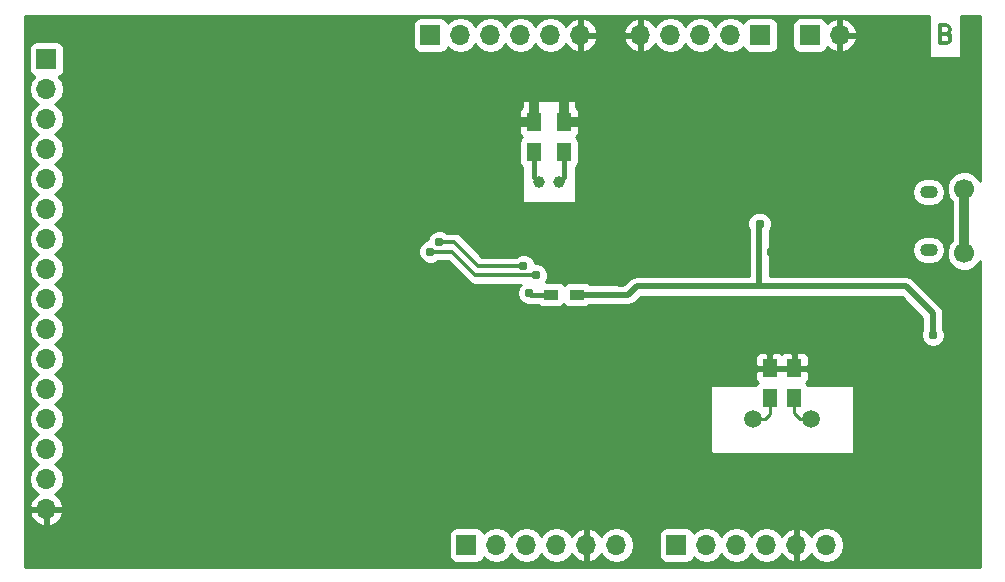
<source format=gbr>
G04 #@! TF.FileFunction,Copper,L2,Bot,Signal*
%FSLAX46Y46*%
G04 Gerber Fmt 4.6, Leading zero omitted, Abs format (unit mm)*
G04 Created by KiCad (PCBNEW 4.0.7-e2-6376~61~ubuntu18.04.1) date Thu Jul 26 12:06:53 2018*
%MOMM*%
%LPD*%
G01*
G04 APERTURE LIST*
%ADD10C,0.100000*%
%ADD11C,0.300000*%
%ADD12C,1.500000*%
%ADD13R,1.700000X1.700000*%
%ADD14O,1.700000X1.700000*%
%ADD15R,1.250000X1.500000*%
%ADD16C,1.000000*%
%ADD17R,1.200000X0.900000*%
%ADD18O,1.500000X1.100000*%
%ADD19C,1.700000*%
%ADD20C,0.790000*%
%ADD21C,0.508000*%
%ADD22C,0.254000*%
%ADD23C,0.406400*%
%ADD24C,0.304800*%
%ADD25C,0.812800*%
%ADD26C,0.457200*%
G04 APERTURE END LIST*
D10*
D11*
X-91459857Y-59836857D02*
X-91245571Y-59908286D01*
X-91174143Y-59979714D01*
X-91102714Y-60122571D01*
X-91102714Y-60336857D01*
X-91174143Y-60479714D01*
X-91245571Y-60551143D01*
X-91388429Y-60622571D01*
X-91959857Y-60622571D01*
X-91959857Y-59122571D01*
X-91459857Y-59122571D01*
X-91317000Y-59194000D01*
X-91245571Y-59265429D01*
X-91174143Y-59408286D01*
X-91174143Y-59551143D01*
X-91245571Y-59694000D01*
X-91317000Y-59765429D01*
X-91459857Y-59836857D01*
X-91959857Y-59836857D01*
D12*
X-102920800Y-92456000D03*
X-107800800Y-92456000D03*
D13*
X-167640000Y-61976000D03*
D14*
X-167640000Y-64516000D03*
X-167640000Y-67056000D03*
X-167640000Y-69596000D03*
X-167640000Y-72136000D03*
X-167640000Y-74676000D03*
X-167640000Y-77216000D03*
X-167640000Y-79756000D03*
X-167640000Y-82296000D03*
X-167640000Y-84836000D03*
X-167640000Y-87376000D03*
X-167640000Y-89916000D03*
X-167640000Y-92456000D03*
X-167640000Y-94996000D03*
X-167640000Y-97536000D03*
X-167640000Y-100076000D03*
D15*
X-106400600Y-90658000D03*
X-106400600Y-88158000D03*
D16*
X-125958600Y-72390000D03*
X-124258600Y-72390000D03*
D15*
X-104343200Y-90658000D03*
X-104343200Y-88158000D03*
D17*
X-122725000Y-81915000D03*
X-124925000Y-81915000D03*
D18*
X-92938000Y-78117000D03*
X-92938000Y-73267000D03*
D19*
X-89938000Y-78417000D03*
X-89938000Y-72967000D03*
D13*
X-102997000Y-59944000D03*
D14*
X-100457000Y-59944000D03*
D15*
X-126365000Y-69830000D03*
X-126365000Y-67330000D03*
X-123825000Y-69830000D03*
X-123825000Y-67330000D03*
D13*
X-114300000Y-103124000D03*
D14*
X-111760000Y-103124000D03*
X-109220000Y-103124000D03*
X-106680000Y-103124000D03*
X-104140000Y-103124000D03*
X-101600000Y-103124000D03*
D13*
X-132080000Y-103124000D03*
D14*
X-129540000Y-103124000D03*
X-127000000Y-103124000D03*
X-124460000Y-103124000D03*
X-121920000Y-103124000D03*
X-119380000Y-103124000D03*
D13*
X-135128000Y-59944000D03*
D14*
X-132588000Y-59944000D03*
X-130048000Y-59944000D03*
X-127508000Y-59944000D03*
X-124968000Y-59944000D03*
X-122428000Y-59944000D03*
D13*
X-107188000Y-59944000D03*
D14*
X-109728000Y-59944000D03*
X-112268000Y-59944000D03*
X-114808000Y-59944000D03*
X-117348000Y-59944000D03*
D20*
X-107264200Y-75926000D03*
X-92583000Y-85344000D03*
X-101625400Y-79781400D03*
X-145211800Y-88773000D03*
X-130810000Y-89230200D03*
X-89509600Y-103886000D03*
X-94742000Y-100812600D03*
X-116814600Y-102971600D03*
X-112928400Y-97942400D03*
X-99339400Y-96799400D03*
X-102539800Y-74574400D03*
X-102539800Y-85699600D03*
X-118973600Y-80975200D03*
X-119151400Y-94361000D03*
X-106273600Y-78333600D03*
X-114706400Y-74345800D03*
X-116713000Y-89865200D03*
X-108889800Y-87172800D03*
X-110744000Y-69342000D03*
X-151130000Y-97536000D03*
X-136652000Y-104013000D03*
X-151003000Y-104013000D03*
X-160020000Y-61976000D03*
X-167640000Y-59563000D03*
X-134366000Y-75692000D03*
X-127000000Y-75692000D03*
X-133604000Y-64897000D03*
X-137287000Y-64770000D03*
X-134366000Y-80264000D03*
X-151130000Y-64516000D03*
X-151130000Y-94996000D03*
X-151130000Y-92456000D03*
X-151130000Y-89916000D03*
X-151130000Y-87376000D03*
X-151130000Y-84836000D03*
X-151130000Y-82296000D03*
X-151130000Y-79756000D03*
X-151130000Y-77216000D03*
X-151130000Y-74676000D03*
X-151130000Y-69596000D03*
X-151130000Y-72136000D03*
X-151130000Y-67056000D03*
X-97028000Y-64008000D03*
X-134366000Y-77470000D03*
X-127254000Y-79502000D03*
X-126206000Y-80296000D03*
X-135128000Y-78275259D03*
X-126746000Y-81788000D03*
D21*
X-107289600Y-81229200D02*
X-107289600Y-75951400D01*
X-107289600Y-75951400D02*
X-107264200Y-75926000D01*
X-101600000Y-81229200D02*
X-94869000Y-81229200D01*
X-92583000Y-83515200D02*
X-92583000Y-85344000D01*
X-94869000Y-81229200D02*
X-92583000Y-83515200D01*
X-101600000Y-81229200D02*
X-107289600Y-81229200D01*
X-107289600Y-81229200D02*
X-117678200Y-81229200D01*
X-117678200Y-81229200D02*
X-118364000Y-81915000D01*
X-118364000Y-81915000D02*
X-122725000Y-81915000D01*
D22*
X-122725000Y-81915000D02*
X-118364000Y-81915000D01*
D21*
X-102082600Y-79603600D02*
X-101803200Y-79603600D01*
X-101803200Y-79603600D02*
X-101625400Y-79781400D01*
X-128905000Y-89179400D02*
X-130759200Y-89179400D01*
X-130759200Y-89179400D02*
X-130810000Y-89230200D01*
X-94742000Y-100812600D02*
X-94742000Y-100736400D01*
X-116662200Y-102717600D02*
X-116662200Y-102819200D01*
X-116662200Y-102819200D02*
X-116814600Y-102971600D01*
X-100482400Y-96799400D02*
X-99339400Y-96799400D01*
D22*
X-119024400Y-80924400D02*
X-119024400Y-80670400D01*
X-118973600Y-80975200D02*
X-119024400Y-80924400D01*
X-106273600Y-78333600D02*
X-106273600Y-78308200D01*
X-114706400Y-74345800D02*
X-114706400Y-74295000D01*
X-108889800Y-87172800D02*
X-108915200Y-87172800D01*
X-104343200Y-88158000D02*
X-102991600Y-88158000D01*
X-102991600Y-88158000D02*
X-102946200Y-88112600D01*
D23*
X-151130000Y-97536000D02*
X-151130000Y-103886000D01*
X-151130000Y-103886000D02*
X-151003000Y-104013000D01*
X-160020000Y-61976000D02*
X-160020000Y-59309000D01*
X-160274000Y-59563000D02*
X-167640000Y-59563000D01*
X-160020000Y-59309000D02*
X-160274000Y-59563000D01*
D21*
X-127000000Y-75692000D02*
X-134366000Y-75692000D01*
X-137160000Y-64897000D02*
X-133604000Y-64897000D01*
X-137287000Y-64770000D02*
X-137160000Y-64897000D01*
D24*
X-151130000Y-67056000D02*
X-151384000Y-67056000D01*
D25*
X-123825000Y-65151000D02*
X-124587000Y-64389000D01*
X-123825000Y-67330000D02*
X-123825000Y-65151000D01*
X-126365000Y-67330000D02*
X-127802800Y-67330000D01*
X-127802800Y-67330000D02*
X-127909800Y-67437000D01*
X-123825000Y-67330000D02*
X-122387200Y-67330000D01*
X-122387200Y-67330000D02*
X-122367200Y-67310000D01*
X-126365000Y-67330000D02*
X-126365000Y-65024000D01*
X-97028000Y-64008000D02*
X-96012000Y-64008000D01*
X-97028000Y-64008000D02*
X-97028000Y-64008000D01*
X-89938000Y-72967000D02*
X-89938000Y-78417000D01*
D24*
X-131064000Y-79502000D02*
X-133096000Y-77470000D01*
X-133096000Y-77470000D02*
X-134366000Y-77470000D01*
X-127254000Y-79502000D02*
X-131064000Y-79502000D01*
X-135128000Y-78275259D02*
X-133338741Y-78275259D01*
X-131318000Y-80296000D02*
X-126206000Y-80296000D01*
X-133338741Y-78275259D02*
X-131318000Y-80296000D01*
D23*
X-135128000Y-78275259D02*
X-135128000Y-78275259D01*
D22*
X-104343200Y-90658000D02*
X-104343200Y-91973400D01*
X-103860600Y-92456000D02*
X-102920800Y-92456000D01*
X-104343200Y-91973400D02*
X-103860600Y-92456000D01*
X-106400600Y-90658000D02*
X-106400600Y-92049600D01*
X-106807000Y-92456000D02*
X-107800800Y-92456000D01*
X-106400600Y-92049600D02*
X-106807000Y-92456000D01*
D26*
X-124925000Y-81915000D02*
X-126619000Y-81915000D01*
X-126619000Y-81915000D02*
X-126746000Y-81788000D01*
D23*
X-126365000Y-69830000D02*
X-126365000Y-71983600D01*
X-126365000Y-71983600D02*
X-125958600Y-72390000D01*
X-123825000Y-69830000D02*
X-123825000Y-71956400D01*
X-123825000Y-71956400D02*
X-124258600Y-72390000D01*
X-124053600Y-72185000D02*
X-124258600Y-72390000D01*
D22*
X-129540000Y-103124000D02*
X-129413000Y-103124000D01*
G36*
X-92952000Y-61929000D02*
X-90182000Y-61929000D01*
X-90182000Y-58293000D01*
X-88594000Y-58293000D01*
X-88594000Y-72331042D01*
X-88678344Y-72126914D01*
X-89095717Y-71708812D01*
X-89641319Y-71482258D01*
X-90232089Y-71481743D01*
X-90778086Y-71707344D01*
X-91196188Y-72124717D01*
X-91422742Y-72670319D01*
X-91423257Y-73261089D01*
X-91197656Y-73807086D01*
X-90979400Y-74025723D01*
X-90979400Y-77358307D01*
X-91196188Y-77574717D01*
X-91422742Y-78120319D01*
X-91423257Y-78711089D01*
X-91197656Y-79257086D01*
X-90780283Y-79675188D01*
X-90234681Y-79901742D01*
X-89643911Y-79902257D01*
X-89097914Y-79676656D01*
X-88679812Y-79259283D01*
X-88594000Y-79052625D01*
X-88594000Y-104954000D01*
X-169418000Y-104954000D01*
X-169418000Y-102274000D01*
X-133577440Y-102274000D01*
X-133577440Y-103974000D01*
X-133533162Y-104209317D01*
X-133394090Y-104425441D01*
X-133181890Y-104570431D01*
X-132930000Y-104621440D01*
X-131230000Y-104621440D01*
X-130994683Y-104577162D01*
X-130778559Y-104438090D01*
X-130633569Y-104225890D01*
X-130619914Y-104158459D01*
X-130590054Y-104203147D01*
X-130108285Y-104525054D01*
X-129540000Y-104638093D01*
X-128971715Y-104525054D01*
X-128489946Y-104203147D01*
X-128270000Y-103873974D01*
X-128050054Y-104203147D01*
X-127568285Y-104525054D01*
X-127000000Y-104638093D01*
X-126431715Y-104525054D01*
X-125949946Y-104203147D01*
X-125730000Y-103873974D01*
X-125510054Y-104203147D01*
X-125028285Y-104525054D01*
X-124460000Y-104638093D01*
X-123891715Y-104525054D01*
X-123409946Y-104203147D01*
X-123182298Y-103862447D01*
X-123115183Y-104005358D01*
X-122686924Y-104395645D01*
X-122276890Y-104565476D01*
X-122047000Y-104444155D01*
X-122047000Y-103251000D01*
X-122067000Y-103251000D01*
X-122067000Y-102997000D01*
X-122047000Y-102997000D01*
X-122047000Y-101803845D01*
X-121793000Y-101803845D01*
X-121793000Y-102997000D01*
X-121773000Y-102997000D01*
X-121773000Y-103251000D01*
X-121793000Y-103251000D01*
X-121793000Y-104444155D01*
X-121563110Y-104565476D01*
X-121153076Y-104395645D01*
X-120724817Y-104005358D01*
X-120657702Y-103862447D01*
X-120430054Y-104203147D01*
X-119948285Y-104525054D01*
X-119380000Y-104638093D01*
X-118811715Y-104525054D01*
X-118329946Y-104203147D01*
X-118008039Y-103721378D01*
X-117895000Y-103153093D01*
X-117895000Y-103094907D01*
X-118008039Y-102526622D01*
X-118176835Y-102274000D01*
X-115797440Y-102274000D01*
X-115797440Y-103974000D01*
X-115753162Y-104209317D01*
X-115614090Y-104425441D01*
X-115401890Y-104570431D01*
X-115150000Y-104621440D01*
X-113450000Y-104621440D01*
X-113214683Y-104577162D01*
X-112998559Y-104438090D01*
X-112853569Y-104225890D01*
X-112839914Y-104158459D01*
X-112810054Y-104203147D01*
X-112328285Y-104525054D01*
X-111760000Y-104638093D01*
X-111191715Y-104525054D01*
X-110709946Y-104203147D01*
X-110490000Y-103873974D01*
X-110270054Y-104203147D01*
X-109788285Y-104525054D01*
X-109220000Y-104638093D01*
X-108651715Y-104525054D01*
X-108169946Y-104203147D01*
X-107950000Y-103873974D01*
X-107730054Y-104203147D01*
X-107248285Y-104525054D01*
X-106680000Y-104638093D01*
X-106111715Y-104525054D01*
X-105629946Y-104203147D01*
X-105402298Y-103862447D01*
X-105335183Y-104005358D01*
X-104906924Y-104395645D01*
X-104496890Y-104565476D01*
X-104267000Y-104444155D01*
X-104267000Y-103251000D01*
X-104287000Y-103251000D01*
X-104287000Y-102997000D01*
X-104267000Y-102997000D01*
X-104267000Y-101803845D01*
X-104013000Y-101803845D01*
X-104013000Y-102997000D01*
X-103993000Y-102997000D01*
X-103993000Y-103251000D01*
X-104013000Y-103251000D01*
X-104013000Y-104444155D01*
X-103783110Y-104565476D01*
X-103373076Y-104395645D01*
X-102944817Y-104005358D01*
X-102877702Y-103862447D01*
X-102650054Y-104203147D01*
X-102168285Y-104525054D01*
X-101600000Y-104638093D01*
X-101031715Y-104525054D01*
X-100549946Y-104203147D01*
X-100228039Y-103721378D01*
X-100115000Y-103153093D01*
X-100115000Y-103094907D01*
X-100228039Y-102526622D01*
X-100549946Y-102044853D01*
X-101031715Y-101722946D01*
X-101600000Y-101609907D01*
X-102168285Y-101722946D01*
X-102650054Y-102044853D01*
X-102877702Y-102385553D01*
X-102944817Y-102242642D01*
X-103373076Y-101852355D01*
X-103783110Y-101682524D01*
X-104013000Y-101803845D01*
X-104267000Y-101803845D01*
X-104496890Y-101682524D01*
X-104906924Y-101852355D01*
X-105335183Y-102242642D01*
X-105402298Y-102385553D01*
X-105629946Y-102044853D01*
X-106111715Y-101722946D01*
X-106680000Y-101609907D01*
X-107248285Y-101722946D01*
X-107730054Y-102044853D01*
X-107950000Y-102374026D01*
X-108169946Y-102044853D01*
X-108651715Y-101722946D01*
X-109220000Y-101609907D01*
X-109788285Y-101722946D01*
X-110270054Y-102044853D01*
X-110490000Y-102374026D01*
X-110709946Y-102044853D01*
X-111191715Y-101722946D01*
X-111760000Y-101609907D01*
X-112328285Y-101722946D01*
X-112810054Y-102044853D01*
X-112837850Y-102086452D01*
X-112846838Y-102038683D01*
X-112985910Y-101822559D01*
X-113198110Y-101677569D01*
X-113450000Y-101626560D01*
X-115150000Y-101626560D01*
X-115385317Y-101670838D01*
X-115601441Y-101809910D01*
X-115746431Y-102022110D01*
X-115797440Y-102274000D01*
X-118176835Y-102274000D01*
X-118329946Y-102044853D01*
X-118811715Y-101722946D01*
X-119380000Y-101609907D01*
X-119948285Y-101722946D01*
X-120430054Y-102044853D01*
X-120657702Y-102385553D01*
X-120724817Y-102242642D01*
X-121153076Y-101852355D01*
X-121563110Y-101682524D01*
X-121793000Y-101803845D01*
X-122047000Y-101803845D01*
X-122276890Y-101682524D01*
X-122686924Y-101852355D01*
X-123115183Y-102242642D01*
X-123182298Y-102385553D01*
X-123409946Y-102044853D01*
X-123891715Y-101722946D01*
X-124460000Y-101609907D01*
X-125028285Y-101722946D01*
X-125510054Y-102044853D01*
X-125730000Y-102374026D01*
X-125949946Y-102044853D01*
X-126431715Y-101722946D01*
X-127000000Y-101609907D01*
X-127568285Y-101722946D01*
X-128050054Y-102044853D01*
X-128270000Y-102374026D01*
X-128489946Y-102044853D01*
X-128971715Y-101722946D01*
X-129540000Y-101609907D01*
X-130108285Y-101722946D01*
X-130590054Y-102044853D01*
X-130617850Y-102086452D01*
X-130626838Y-102038683D01*
X-130765910Y-101822559D01*
X-130978110Y-101677569D01*
X-131230000Y-101626560D01*
X-132930000Y-101626560D01*
X-133165317Y-101670838D01*
X-133381441Y-101809910D01*
X-133526431Y-102022110D01*
X-133577440Y-102274000D01*
X-169418000Y-102274000D01*
X-169418000Y-100432890D01*
X-169081476Y-100432890D01*
X-168911645Y-100842924D01*
X-168521358Y-101271183D01*
X-167996892Y-101517486D01*
X-167767000Y-101396819D01*
X-167767000Y-100203000D01*
X-167513000Y-100203000D01*
X-167513000Y-101396819D01*
X-167283108Y-101517486D01*
X-166758642Y-101271183D01*
X-166368355Y-100842924D01*
X-166198524Y-100432890D01*
X-166319845Y-100203000D01*
X-167513000Y-100203000D01*
X-167767000Y-100203000D01*
X-168960155Y-100203000D01*
X-169081476Y-100432890D01*
X-169418000Y-100432890D01*
X-169418000Y-64516000D01*
X-169154093Y-64516000D01*
X-169041054Y-65084285D01*
X-168719147Y-65566054D01*
X-168389974Y-65786000D01*
X-168719147Y-66005946D01*
X-169041054Y-66487715D01*
X-169154093Y-67056000D01*
X-169041054Y-67624285D01*
X-168719147Y-68106054D01*
X-168389974Y-68326000D01*
X-168719147Y-68545946D01*
X-169041054Y-69027715D01*
X-169154093Y-69596000D01*
X-169041054Y-70164285D01*
X-168719147Y-70646054D01*
X-168389974Y-70866000D01*
X-168719147Y-71085946D01*
X-169041054Y-71567715D01*
X-169154093Y-72136000D01*
X-169041054Y-72704285D01*
X-168719147Y-73186054D01*
X-168389974Y-73406000D01*
X-168719147Y-73625946D01*
X-169041054Y-74107715D01*
X-169154093Y-74676000D01*
X-169041054Y-75244285D01*
X-168719147Y-75726054D01*
X-168389974Y-75946000D01*
X-168719147Y-76165946D01*
X-169041054Y-76647715D01*
X-169154093Y-77216000D01*
X-169041054Y-77784285D01*
X-168719147Y-78266054D01*
X-168389974Y-78486000D01*
X-168719147Y-78705946D01*
X-169041054Y-79187715D01*
X-169154093Y-79756000D01*
X-169041054Y-80324285D01*
X-168719147Y-80806054D01*
X-168389974Y-81026000D01*
X-168719147Y-81245946D01*
X-169041054Y-81727715D01*
X-169154093Y-82296000D01*
X-169041054Y-82864285D01*
X-168719147Y-83346054D01*
X-168389974Y-83566000D01*
X-168719147Y-83785946D01*
X-169041054Y-84267715D01*
X-169154093Y-84836000D01*
X-169041054Y-85404285D01*
X-168719147Y-85886054D01*
X-168389974Y-86106000D01*
X-168719147Y-86325946D01*
X-169041054Y-86807715D01*
X-169154093Y-87376000D01*
X-169041054Y-87944285D01*
X-168719147Y-88426054D01*
X-168389974Y-88646000D01*
X-168719147Y-88865946D01*
X-169041054Y-89347715D01*
X-169154093Y-89916000D01*
X-169041054Y-90484285D01*
X-168719147Y-90966054D01*
X-168389974Y-91186000D01*
X-168719147Y-91405946D01*
X-169041054Y-91887715D01*
X-169154093Y-92456000D01*
X-169041054Y-93024285D01*
X-168719147Y-93506054D01*
X-168389974Y-93726000D01*
X-168719147Y-93945946D01*
X-169041054Y-94427715D01*
X-169154093Y-94996000D01*
X-169041054Y-95564285D01*
X-168719147Y-96046054D01*
X-168389974Y-96266000D01*
X-168719147Y-96485946D01*
X-169041054Y-96967715D01*
X-169154093Y-97536000D01*
X-169041054Y-98104285D01*
X-168719147Y-98586054D01*
X-168378447Y-98813702D01*
X-168521358Y-98880817D01*
X-168911645Y-99309076D01*
X-169081476Y-99719110D01*
X-168960155Y-99949000D01*
X-167767000Y-99949000D01*
X-167767000Y-99929000D01*
X-167513000Y-99929000D01*
X-167513000Y-99949000D01*
X-166319845Y-99949000D01*
X-166198524Y-99719110D01*
X-166368355Y-99309076D01*
X-166758642Y-98880817D01*
X-166901553Y-98813702D01*
X-166560853Y-98586054D01*
X-166238946Y-98104285D01*
X-166125907Y-97536000D01*
X-166238946Y-96967715D01*
X-166560853Y-96485946D01*
X-166890026Y-96266000D01*
X-166560853Y-96046054D01*
X-166238946Y-95564285D01*
X-166125907Y-94996000D01*
X-166238946Y-94427715D01*
X-166560853Y-93945946D01*
X-166890026Y-93726000D01*
X-166560853Y-93506054D01*
X-166238946Y-93024285D01*
X-166125907Y-92456000D01*
X-166238946Y-91887715D01*
X-166560853Y-91405946D01*
X-166890026Y-91186000D01*
X-166560853Y-90966054D01*
X-166238946Y-90484285D01*
X-166125907Y-89916000D01*
X-166176430Y-89662000D01*
X-111455200Y-89662000D01*
X-111455200Y-95250000D01*
X-111446515Y-95296159D01*
X-111419235Y-95338553D01*
X-111377610Y-95366994D01*
X-111328200Y-95377000D01*
X-99390200Y-95377000D01*
X-99344041Y-95368315D01*
X-99301647Y-95341035D01*
X-99273206Y-95299410D01*
X-99263200Y-95250000D01*
X-99263200Y-89662000D01*
X-99271885Y-89615841D01*
X-99299165Y-89573447D01*
X-99340790Y-89545006D01*
X-99390200Y-89535000D01*
X-103203635Y-89535000D01*
X-103254110Y-89456559D01*
X-103322206Y-89410031D01*
X-103179873Y-89267698D01*
X-103083200Y-89034309D01*
X-103083200Y-88443750D01*
X-103241950Y-88285000D01*
X-104216200Y-88285000D01*
X-104216200Y-88305000D01*
X-104470200Y-88305000D01*
X-104470200Y-88285000D01*
X-106273600Y-88285000D01*
X-106273600Y-88305000D01*
X-106527600Y-88305000D01*
X-106527600Y-88285000D01*
X-107501850Y-88285000D01*
X-107660600Y-88443750D01*
X-107660600Y-89034309D01*
X-107563927Y-89267698D01*
X-107422690Y-89408936D01*
X-107477041Y-89443910D01*
X-107539280Y-89535000D01*
X-111328200Y-89535000D01*
X-111374359Y-89543685D01*
X-111416753Y-89570965D01*
X-111445194Y-89612590D01*
X-111455200Y-89662000D01*
X-166176430Y-89662000D01*
X-166238946Y-89347715D01*
X-166560853Y-88865946D01*
X-166890026Y-88646000D01*
X-166560853Y-88426054D01*
X-166238946Y-87944285D01*
X-166125907Y-87376000D01*
X-166144666Y-87281691D01*
X-107660600Y-87281691D01*
X-107660600Y-87872250D01*
X-107501850Y-88031000D01*
X-106527600Y-88031000D01*
X-106527600Y-86931750D01*
X-106273600Y-86931750D01*
X-106273600Y-88031000D01*
X-104470200Y-88031000D01*
X-104470200Y-86931750D01*
X-104216200Y-86931750D01*
X-104216200Y-88031000D01*
X-103241950Y-88031000D01*
X-103083200Y-87872250D01*
X-103083200Y-87281691D01*
X-103179873Y-87048302D01*
X-103358501Y-86869673D01*
X-103591890Y-86773000D01*
X-104057450Y-86773000D01*
X-104216200Y-86931750D01*
X-104470200Y-86931750D01*
X-104628950Y-86773000D01*
X-105094510Y-86773000D01*
X-105327899Y-86869673D01*
X-105371900Y-86913674D01*
X-105415901Y-86869673D01*
X-105649290Y-86773000D01*
X-106114850Y-86773000D01*
X-106273600Y-86931750D01*
X-106527600Y-86931750D01*
X-106686350Y-86773000D01*
X-107151910Y-86773000D01*
X-107385299Y-86869673D01*
X-107563927Y-87048302D01*
X-107660600Y-87281691D01*
X-166144666Y-87281691D01*
X-166238946Y-86807715D01*
X-166560853Y-86325946D01*
X-166890026Y-86106000D01*
X-166560853Y-85886054D01*
X-166238946Y-85404285D01*
X-166125907Y-84836000D01*
X-166238946Y-84267715D01*
X-166560853Y-83785946D01*
X-166890026Y-83566000D01*
X-166560853Y-83346054D01*
X-166238946Y-82864285D01*
X-166125907Y-82296000D01*
X-166238946Y-81727715D01*
X-166560853Y-81245946D01*
X-166890026Y-81026000D01*
X-166560853Y-80806054D01*
X-166238946Y-80324285D01*
X-166125907Y-79756000D01*
X-166238946Y-79187715D01*
X-166560853Y-78705946D01*
X-166890026Y-78486000D01*
X-166879909Y-78479240D01*
X-136158179Y-78479240D01*
X-136001701Y-78857945D01*
X-135712210Y-79147941D01*
X-135333779Y-79305080D01*
X-134924019Y-79305438D01*
X-134545314Y-79148960D01*
X-134458862Y-79062659D01*
X-133664893Y-79062659D01*
X-131874776Y-80852776D01*
X-131619325Y-81023463D01*
X-131318000Y-81083400D01*
X-127498082Y-81083400D01*
X-127618682Y-81203790D01*
X-127775821Y-81582221D01*
X-127776179Y-81991981D01*
X-127619701Y-82370686D01*
X-127330210Y-82660682D01*
X-126951779Y-82817821D01*
X-126542019Y-82818179D01*
X-126446231Y-82778600D01*
X-126013440Y-82778600D01*
X-125989090Y-82816441D01*
X-125776890Y-82961431D01*
X-125525000Y-83012440D01*
X-124325000Y-83012440D01*
X-124089683Y-82968162D01*
X-123873559Y-82829090D01*
X-123825866Y-82759289D01*
X-123789090Y-82816441D01*
X-123576890Y-82961431D01*
X-123325000Y-83012440D01*
X-122125000Y-83012440D01*
X-121889683Y-82968162D01*
X-121673559Y-82829090D01*
X-121656416Y-82804000D01*
X-118364000Y-82804000D01*
X-118023794Y-82736329D01*
X-117735382Y-82543618D01*
X-117309964Y-82118200D01*
X-95237236Y-82118200D01*
X-93472000Y-83883436D01*
X-93472000Y-84799088D01*
X-93612821Y-85138221D01*
X-93613179Y-85547981D01*
X-93456701Y-85926686D01*
X-93167210Y-86216682D01*
X-92788779Y-86373821D01*
X-92379019Y-86374179D01*
X-92000314Y-86217701D01*
X-91710318Y-85928210D01*
X-91553179Y-85549779D01*
X-91552821Y-85140019D01*
X-91694000Y-84798340D01*
X-91694000Y-83515200D01*
X-91761671Y-83174994D01*
X-91954382Y-82886582D01*
X-94240382Y-80600582D01*
X-94245256Y-80597325D01*
X-94528794Y-80407871D01*
X-94869000Y-80340200D01*
X-106400600Y-80340200D01*
X-106400600Y-78117000D01*
X-94350134Y-78117000D01*
X-94259931Y-78570480D01*
X-94003056Y-78954922D01*
X-93618614Y-79211797D01*
X-93165134Y-79302000D01*
X-92710866Y-79302000D01*
X-92257386Y-79211797D01*
X-91872944Y-78954922D01*
X-91616069Y-78570480D01*
X-91525866Y-78117000D01*
X-91616069Y-77663520D01*
X-91872944Y-77279078D01*
X-92257386Y-77022203D01*
X-92710866Y-76932000D01*
X-93165134Y-76932000D01*
X-93618614Y-77022203D01*
X-94003056Y-77279078D01*
X-94259931Y-77663520D01*
X-94350134Y-78117000D01*
X-106400600Y-78117000D01*
X-106400600Y-76519276D01*
X-106391518Y-76510210D01*
X-106234379Y-76131779D01*
X-106234021Y-75722019D01*
X-106390499Y-75343314D01*
X-106679990Y-75053318D01*
X-107058421Y-74896179D01*
X-107468181Y-74895821D01*
X-107846886Y-75052299D01*
X-108136882Y-75341790D01*
X-108294021Y-75720221D01*
X-108294379Y-76129981D01*
X-108178600Y-76410187D01*
X-108178600Y-80340200D01*
X-117678200Y-80340200D01*
X-118018405Y-80407870D01*
X-118306818Y-80600582D01*
X-118732236Y-81026000D01*
X-121652904Y-81026000D01*
X-121660910Y-81013559D01*
X-121873110Y-80868569D01*
X-122125000Y-80817560D01*
X-123325000Y-80817560D01*
X-123560317Y-80861838D01*
X-123776441Y-81000910D01*
X-123824134Y-81070711D01*
X-123860910Y-81013559D01*
X-124073110Y-80868569D01*
X-124325000Y-80817560D01*
X-125307303Y-80817560D01*
X-125176179Y-80501779D01*
X-125175821Y-80092019D01*
X-125332299Y-79713314D01*
X-125621790Y-79423318D01*
X-126000221Y-79266179D01*
X-126237063Y-79265972D01*
X-126380299Y-78919314D01*
X-126669790Y-78629318D01*
X-127048221Y-78472179D01*
X-127457981Y-78471821D01*
X-127836686Y-78628299D01*
X-127923138Y-78714600D01*
X-130737848Y-78714600D01*
X-132539224Y-76913224D01*
X-132794675Y-76742537D01*
X-133096000Y-76682600D01*
X-133696657Y-76682600D01*
X-133781790Y-76597318D01*
X-134160221Y-76440179D01*
X-134569981Y-76439821D01*
X-134948686Y-76596299D01*
X-135238682Y-76885790D01*
X-135395821Y-77264221D01*
X-135395827Y-77271461D01*
X-135710686Y-77401558D01*
X-136000682Y-77691049D01*
X-136157821Y-78069480D01*
X-136158179Y-78479240D01*
X-166879909Y-78479240D01*
X-166560853Y-78266054D01*
X-166238946Y-77784285D01*
X-166125907Y-77216000D01*
X-166238946Y-76647715D01*
X-166560853Y-76165946D01*
X-166890026Y-75946000D01*
X-166560853Y-75726054D01*
X-166238946Y-75244285D01*
X-166125907Y-74676000D01*
X-166238946Y-74107715D01*
X-166560853Y-73625946D01*
X-166890026Y-73406000D01*
X-166560853Y-73186054D01*
X-166238946Y-72704285D01*
X-166125907Y-72136000D01*
X-166238946Y-71567715D01*
X-166560853Y-71085946D01*
X-166890026Y-70866000D01*
X-166560853Y-70646054D01*
X-166238946Y-70164285D01*
X-166125907Y-69596000D01*
X-166228545Y-69080000D01*
X-127637440Y-69080000D01*
X-127637440Y-70580000D01*
X-127593162Y-70815317D01*
X-127454090Y-71031441D01*
X-127381000Y-71081381D01*
X-127381000Y-74041000D01*
X-127372315Y-74087159D01*
X-127345035Y-74129553D01*
X-127303410Y-74157994D01*
X-127254000Y-74168000D01*
X-122936000Y-74168000D01*
X-122889841Y-74159315D01*
X-122847447Y-74132035D01*
X-122819006Y-74090410D01*
X-122809000Y-74041000D01*
X-122809000Y-73267000D01*
X-94350134Y-73267000D01*
X-94259931Y-73720480D01*
X-94003056Y-74104922D01*
X-93618614Y-74361797D01*
X-93165134Y-74452000D01*
X-92710866Y-74452000D01*
X-92257386Y-74361797D01*
X-91872944Y-74104922D01*
X-91616069Y-73720480D01*
X-91525866Y-73267000D01*
X-91616069Y-72813520D01*
X-91872944Y-72429078D01*
X-92257386Y-72172203D01*
X-92710866Y-72082000D01*
X-93165134Y-72082000D01*
X-93618614Y-72172203D01*
X-94003056Y-72429078D01*
X-94259931Y-72813520D01*
X-94350134Y-73267000D01*
X-122809000Y-73267000D01*
X-122809000Y-71082983D01*
X-122748559Y-71044090D01*
X-122603569Y-70831890D01*
X-122552560Y-70580000D01*
X-122552560Y-69080000D01*
X-122596838Y-68844683D01*
X-122735910Y-68628559D01*
X-122804006Y-68582031D01*
X-122661673Y-68439698D01*
X-122565000Y-68206309D01*
X-122565000Y-67615750D01*
X-122723750Y-67457000D01*
X-122809000Y-67457000D01*
X-122809000Y-67203000D01*
X-122723750Y-67203000D01*
X-122565000Y-67044250D01*
X-122565000Y-66453691D01*
X-122661673Y-66220302D01*
X-122809000Y-66072974D01*
X-122809000Y-65532000D01*
X-122817685Y-65485841D01*
X-122844965Y-65443447D01*
X-122886590Y-65415006D01*
X-122936000Y-65405000D01*
X-127254000Y-65405000D01*
X-127300159Y-65413685D01*
X-127342553Y-65440965D01*
X-127370994Y-65482590D01*
X-127381000Y-65532000D01*
X-127381000Y-66072974D01*
X-127528327Y-66220302D01*
X-127625000Y-66453691D01*
X-127625000Y-67044250D01*
X-127466250Y-67203000D01*
X-127381000Y-67203000D01*
X-127381000Y-67457000D01*
X-127466250Y-67457000D01*
X-127625000Y-67615750D01*
X-127625000Y-68206309D01*
X-127528327Y-68439698D01*
X-127387090Y-68580936D01*
X-127441441Y-68615910D01*
X-127586431Y-68828110D01*
X-127637440Y-69080000D01*
X-166228545Y-69080000D01*
X-166238946Y-69027715D01*
X-166560853Y-68545946D01*
X-166890026Y-68326000D01*
X-166560853Y-68106054D01*
X-166238946Y-67624285D01*
X-166125907Y-67056000D01*
X-166238946Y-66487715D01*
X-166560853Y-66005946D01*
X-166890026Y-65786000D01*
X-166560853Y-65566054D01*
X-166238946Y-65084285D01*
X-166125907Y-64516000D01*
X-166238946Y-63947715D01*
X-166560853Y-63465946D01*
X-166602452Y-63438150D01*
X-166554683Y-63429162D01*
X-166338559Y-63290090D01*
X-166193569Y-63077890D01*
X-166142560Y-62826000D01*
X-166142560Y-61126000D01*
X-166186838Y-60890683D01*
X-166325910Y-60674559D01*
X-166538110Y-60529569D01*
X-166790000Y-60478560D01*
X-168490000Y-60478560D01*
X-168725317Y-60522838D01*
X-168941441Y-60661910D01*
X-169086431Y-60874110D01*
X-169137440Y-61126000D01*
X-169137440Y-62826000D01*
X-169093162Y-63061317D01*
X-168954090Y-63277441D01*
X-168741890Y-63422431D01*
X-168674459Y-63436086D01*
X-168719147Y-63465946D01*
X-169041054Y-63947715D01*
X-169154093Y-64516000D01*
X-169418000Y-64516000D01*
X-169418000Y-59094000D01*
X-136625440Y-59094000D01*
X-136625440Y-60794000D01*
X-136581162Y-61029317D01*
X-136442090Y-61245441D01*
X-136229890Y-61390431D01*
X-135978000Y-61441440D01*
X-134278000Y-61441440D01*
X-134042683Y-61397162D01*
X-133826559Y-61258090D01*
X-133681569Y-61045890D01*
X-133667914Y-60978459D01*
X-133638054Y-61023147D01*
X-133156285Y-61345054D01*
X-132588000Y-61458093D01*
X-132019715Y-61345054D01*
X-131537946Y-61023147D01*
X-131318000Y-60693974D01*
X-131098054Y-61023147D01*
X-130616285Y-61345054D01*
X-130048000Y-61458093D01*
X-129479715Y-61345054D01*
X-128997946Y-61023147D01*
X-128778000Y-60693974D01*
X-128558054Y-61023147D01*
X-128076285Y-61345054D01*
X-127508000Y-61458093D01*
X-126939715Y-61345054D01*
X-126457946Y-61023147D01*
X-126238000Y-60693974D01*
X-126018054Y-61023147D01*
X-125536285Y-61345054D01*
X-124968000Y-61458093D01*
X-124399715Y-61345054D01*
X-123917946Y-61023147D01*
X-123690298Y-60682447D01*
X-123623183Y-60825358D01*
X-123194924Y-61215645D01*
X-122784890Y-61385476D01*
X-122555000Y-61264155D01*
X-122555000Y-60071000D01*
X-122301000Y-60071000D01*
X-122301000Y-61264155D01*
X-122071110Y-61385476D01*
X-121661076Y-61215645D01*
X-121232817Y-60825358D01*
X-120986514Y-60300892D01*
X-118789486Y-60300892D01*
X-118543183Y-60825358D01*
X-118114924Y-61215645D01*
X-117704890Y-61385476D01*
X-117475000Y-61264155D01*
X-117475000Y-60071000D01*
X-118668819Y-60071000D01*
X-118789486Y-60300892D01*
X-120986514Y-60300892D01*
X-121107181Y-60071000D01*
X-122301000Y-60071000D01*
X-122555000Y-60071000D01*
X-122575000Y-60071000D01*
X-122575000Y-59817000D01*
X-122555000Y-59817000D01*
X-122555000Y-58623845D01*
X-122301000Y-58623845D01*
X-122301000Y-59817000D01*
X-121107181Y-59817000D01*
X-120986514Y-59587108D01*
X-118789486Y-59587108D01*
X-118668819Y-59817000D01*
X-117475000Y-59817000D01*
X-117475000Y-58623845D01*
X-117221000Y-58623845D01*
X-117221000Y-59817000D01*
X-117201000Y-59817000D01*
X-117201000Y-60071000D01*
X-117221000Y-60071000D01*
X-117221000Y-61264155D01*
X-116991110Y-61385476D01*
X-116581076Y-61215645D01*
X-116152817Y-60825358D01*
X-116085702Y-60682447D01*
X-115858054Y-61023147D01*
X-115376285Y-61345054D01*
X-114808000Y-61458093D01*
X-114239715Y-61345054D01*
X-113757946Y-61023147D01*
X-113538000Y-60693974D01*
X-113318054Y-61023147D01*
X-112836285Y-61345054D01*
X-112268000Y-61458093D01*
X-111699715Y-61345054D01*
X-111217946Y-61023147D01*
X-110998000Y-60693974D01*
X-110778054Y-61023147D01*
X-110296285Y-61345054D01*
X-109728000Y-61458093D01*
X-109159715Y-61345054D01*
X-108677946Y-61023147D01*
X-108650150Y-60981548D01*
X-108641162Y-61029317D01*
X-108502090Y-61245441D01*
X-108289890Y-61390431D01*
X-108038000Y-61441440D01*
X-106338000Y-61441440D01*
X-106102683Y-61397162D01*
X-105886559Y-61258090D01*
X-105741569Y-61045890D01*
X-105690560Y-60794000D01*
X-105690560Y-59094000D01*
X-104494440Y-59094000D01*
X-104494440Y-60794000D01*
X-104450162Y-61029317D01*
X-104311090Y-61245441D01*
X-104098890Y-61390431D01*
X-103847000Y-61441440D01*
X-102147000Y-61441440D01*
X-101911683Y-61397162D01*
X-101695559Y-61258090D01*
X-101550569Y-61045890D01*
X-101528699Y-60937893D01*
X-101223924Y-61215645D01*
X-100813890Y-61385476D01*
X-100584000Y-61264155D01*
X-100584000Y-60071000D01*
X-100330000Y-60071000D01*
X-100330000Y-61264155D01*
X-100100110Y-61385476D01*
X-99690076Y-61215645D01*
X-99261817Y-60825358D01*
X-99015514Y-60300892D01*
X-99136181Y-60071000D01*
X-100330000Y-60071000D01*
X-100584000Y-60071000D01*
X-100604000Y-60071000D01*
X-100604000Y-59817000D01*
X-100584000Y-59817000D01*
X-100584000Y-58623845D01*
X-100330000Y-58623845D01*
X-100330000Y-59817000D01*
X-99136181Y-59817000D01*
X-99015514Y-59587108D01*
X-99261817Y-59062642D01*
X-99690076Y-58672355D01*
X-100100110Y-58502524D01*
X-100330000Y-58623845D01*
X-100584000Y-58623845D01*
X-100813890Y-58502524D01*
X-101223924Y-58672355D01*
X-101526937Y-58948501D01*
X-101543838Y-58858683D01*
X-101682910Y-58642559D01*
X-101895110Y-58497569D01*
X-102147000Y-58446560D01*
X-103847000Y-58446560D01*
X-104082317Y-58490838D01*
X-104298441Y-58629910D01*
X-104443431Y-58842110D01*
X-104494440Y-59094000D01*
X-105690560Y-59094000D01*
X-105734838Y-58858683D01*
X-105873910Y-58642559D01*
X-106086110Y-58497569D01*
X-106338000Y-58446560D01*
X-108038000Y-58446560D01*
X-108273317Y-58490838D01*
X-108489441Y-58629910D01*
X-108634431Y-58842110D01*
X-108648086Y-58909541D01*
X-108677946Y-58864853D01*
X-109159715Y-58542946D01*
X-109728000Y-58429907D01*
X-110296285Y-58542946D01*
X-110778054Y-58864853D01*
X-110998000Y-59194026D01*
X-111217946Y-58864853D01*
X-111699715Y-58542946D01*
X-112268000Y-58429907D01*
X-112836285Y-58542946D01*
X-113318054Y-58864853D01*
X-113538000Y-59194026D01*
X-113757946Y-58864853D01*
X-114239715Y-58542946D01*
X-114808000Y-58429907D01*
X-115376285Y-58542946D01*
X-115858054Y-58864853D01*
X-116085702Y-59205553D01*
X-116152817Y-59062642D01*
X-116581076Y-58672355D01*
X-116991110Y-58502524D01*
X-117221000Y-58623845D01*
X-117475000Y-58623845D01*
X-117704890Y-58502524D01*
X-118114924Y-58672355D01*
X-118543183Y-59062642D01*
X-118789486Y-59587108D01*
X-120986514Y-59587108D01*
X-121232817Y-59062642D01*
X-121661076Y-58672355D01*
X-122071110Y-58502524D01*
X-122301000Y-58623845D01*
X-122555000Y-58623845D01*
X-122784890Y-58502524D01*
X-123194924Y-58672355D01*
X-123623183Y-59062642D01*
X-123690298Y-59205553D01*
X-123917946Y-58864853D01*
X-124399715Y-58542946D01*
X-124968000Y-58429907D01*
X-125536285Y-58542946D01*
X-126018054Y-58864853D01*
X-126238000Y-59194026D01*
X-126457946Y-58864853D01*
X-126939715Y-58542946D01*
X-127508000Y-58429907D01*
X-128076285Y-58542946D01*
X-128558054Y-58864853D01*
X-128778000Y-59194026D01*
X-128997946Y-58864853D01*
X-129479715Y-58542946D01*
X-130048000Y-58429907D01*
X-130616285Y-58542946D01*
X-131098054Y-58864853D01*
X-131318000Y-59194026D01*
X-131537946Y-58864853D01*
X-132019715Y-58542946D01*
X-132588000Y-58429907D01*
X-133156285Y-58542946D01*
X-133638054Y-58864853D01*
X-133665850Y-58906452D01*
X-133674838Y-58858683D01*
X-133813910Y-58642559D01*
X-134026110Y-58497569D01*
X-134278000Y-58446560D01*
X-135978000Y-58446560D01*
X-136213317Y-58490838D01*
X-136429441Y-58629910D01*
X-136574431Y-58842110D01*
X-136625440Y-59094000D01*
X-169418000Y-59094000D01*
X-169418000Y-58293000D01*
X-92952000Y-58293000D01*
X-92952000Y-61929000D01*
X-92952000Y-61929000D01*
G37*
X-92952000Y-61929000D02*
X-90182000Y-61929000D01*
X-90182000Y-58293000D01*
X-88594000Y-58293000D01*
X-88594000Y-72331042D01*
X-88678344Y-72126914D01*
X-89095717Y-71708812D01*
X-89641319Y-71482258D01*
X-90232089Y-71481743D01*
X-90778086Y-71707344D01*
X-91196188Y-72124717D01*
X-91422742Y-72670319D01*
X-91423257Y-73261089D01*
X-91197656Y-73807086D01*
X-90979400Y-74025723D01*
X-90979400Y-77358307D01*
X-91196188Y-77574717D01*
X-91422742Y-78120319D01*
X-91423257Y-78711089D01*
X-91197656Y-79257086D01*
X-90780283Y-79675188D01*
X-90234681Y-79901742D01*
X-89643911Y-79902257D01*
X-89097914Y-79676656D01*
X-88679812Y-79259283D01*
X-88594000Y-79052625D01*
X-88594000Y-104954000D01*
X-169418000Y-104954000D01*
X-169418000Y-102274000D01*
X-133577440Y-102274000D01*
X-133577440Y-103974000D01*
X-133533162Y-104209317D01*
X-133394090Y-104425441D01*
X-133181890Y-104570431D01*
X-132930000Y-104621440D01*
X-131230000Y-104621440D01*
X-130994683Y-104577162D01*
X-130778559Y-104438090D01*
X-130633569Y-104225890D01*
X-130619914Y-104158459D01*
X-130590054Y-104203147D01*
X-130108285Y-104525054D01*
X-129540000Y-104638093D01*
X-128971715Y-104525054D01*
X-128489946Y-104203147D01*
X-128270000Y-103873974D01*
X-128050054Y-104203147D01*
X-127568285Y-104525054D01*
X-127000000Y-104638093D01*
X-126431715Y-104525054D01*
X-125949946Y-104203147D01*
X-125730000Y-103873974D01*
X-125510054Y-104203147D01*
X-125028285Y-104525054D01*
X-124460000Y-104638093D01*
X-123891715Y-104525054D01*
X-123409946Y-104203147D01*
X-123182298Y-103862447D01*
X-123115183Y-104005358D01*
X-122686924Y-104395645D01*
X-122276890Y-104565476D01*
X-122047000Y-104444155D01*
X-122047000Y-103251000D01*
X-122067000Y-103251000D01*
X-122067000Y-102997000D01*
X-122047000Y-102997000D01*
X-122047000Y-101803845D01*
X-121793000Y-101803845D01*
X-121793000Y-102997000D01*
X-121773000Y-102997000D01*
X-121773000Y-103251000D01*
X-121793000Y-103251000D01*
X-121793000Y-104444155D01*
X-121563110Y-104565476D01*
X-121153076Y-104395645D01*
X-120724817Y-104005358D01*
X-120657702Y-103862447D01*
X-120430054Y-104203147D01*
X-119948285Y-104525054D01*
X-119380000Y-104638093D01*
X-118811715Y-104525054D01*
X-118329946Y-104203147D01*
X-118008039Y-103721378D01*
X-117895000Y-103153093D01*
X-117895000Y-103094907D01*
X-118008039Y-102526622D01*
X-118176835Y-102274000D01*
X-115797440Y-102274000D01*
X-115797440Y-103974000D01*
X-115753162Y-104209317D01*
X-115614090Y-104425441D01*
X-115401890Y-104570431D01*
X-115150000Y-104621440D01*
X-113450000Y-104621440D01*
X-113214683Y-104577162D01*
X-112998559Y-104438090D01*
X-112853569Y-104225890D01*
X-112839914Y-104158459D01*
X-112810054Y-104203147D01*
X-112328285Y-104525054D01*
X-111760000Y-104638093D01*
X-111191715Y-104525054D01*
X-110709946Y-104203147D01*
X-110490000Y-103873974D01*
X-110270054Y-104203147D01*
X-109788285Y-104525054D01*
X-109220000Y-104638093D01*
X-108651715Y-104525054D01*
X-108169946Y-104203147D01*
X-107950000Y-103873974D01*
X-107730054Y-104203147D01*
X-107248285Y-104525054D01*
X-106680000Y-104638093D01*
X-106111715Y-104525054D01*
X-105629946Y-104203147D01*
X-105402298Y-103862447D01*
X-105335183Y-104005358D01*
X-104906924Y-104395645D01*
X-104496890Y-104565476D01*
X-104267000Y-104444155D01*
X-104267000Y-103251000D01*
X-104287000Y-103251000D01*
X-104287000Y-102997000D01*
X-104267000Y-102997000D01*
X-104267000Y-101803845D01*
X-104013000Y-101803845D01*
X-104013000Y-102997000D01*
X-103993000Y-102997000D01*
X-103993000Y-103251000D01*
X-104013000Y-103251000D01*
X-104013000Y-104444155D01*
X-103783110Y-104565476D01*
X-103373076Y-104395645D01*
X-102944817Y-104005358D01*
X-102877702Y-103862447D01*
X-102650054Y-104203147D01*
X-102168285Y-104525054D01*
X-101600000Y-104638093D01*
X-101031715Y-104525054D01*
X-100549946Y-104203147D01*
X-100228039Y-103721378D01*
X-100115000Y-103153093D01*
X-100115000Y-103094907D01*
X-100228039Y-102526622D01*
X-100549946Y-102044853D01*
X-101031715Y-101722946D01*
X-101600000Y-101609907D01*
X-102168285Y-101722946D01*
X-102650054Y-102044853D01*
X-102877702Y-102385553D01*
X-102944817Y-102242642D01*
X-103373076Y-101852355D01*
X-103783110Y-101682524D01*
X-104013000Y-101803845D01*
X-104267000Y-101803845D01*
X-104496890Y-101682524D01*
X-104906924Y-101852355D01*
X-105335183Y-102242642D01*
X-105402298Y-102385553D01*
X-105629946Y-102044853D01*
X-106111715Y-101722946D01*
X-106680000Y-101609907D01*
X-107248285Y-101722946D01*
X-107730054Y-102044853D01*
X-107950000Y-102374026D01*
X-108169946Y-102044853D01*
X-108651715Y-101722946D01*
X-109220000Y-101609907D01*
X-109788285Y-101722946D01*
X-110270054Y-102044853D01*
X-110490000Y-102374026D01*
X-110709946Y-102044853D01*
X-111191715Y-101722946D01*
X-111760000Y-101609907D01*
X-112328285Y-101722946D01*
X-112810054Y-102044853D01*
X-112837850Y-102086452D01*
X-112846838Y-102038683D01*
X-112985910Y-101822559D01*
X-113198110Y-101677569D01*
X-113450000Y-101626560D01*
X-115150000Y-101626560D01*
X-115385317Y-101670838D01*
X-115601441Y-101809910D01*
X-115746431Y-102022110D01*
X-115797440Y-102274000D01*
X-118176835Y-102274000D01*
X-118329946Y-102044853D01*
X-118811715Y-101722946D01*
X-119380000Y-101609907D01*
X-119948285Y-101722946D01*
X-120430054Y-102044853D01*
X-120657702Y-102385553D01*
X-120724817Y-102242642D01*
X-121153076Y-101852355D01*
X-121563110Y-101682524D01*
X-121793000Y-101803845D01*
X-122047000Y-101803845D01*
X-122276890Y-101682524D01*
X-122686924Y-101852355D01*
X-123115183Y-102242642D01*
X-123182298Y-102385553D01*
X-123409946Y-102044853D01*
X-123891715Y-101722946D01*
X-124460000Y-101609907D01*
X-125028285Y-101722946D01*
X-125510054Y-102044853D01*
X-125730000Y-102374026D01*
X-125949946Y-102044853D01*
X-126431715Y-101722946D01*
X-127000000Y-101609907D01*
X-127568285Y-101722946D01*
X-128050054Y-102044853D01*
X-128270000Y-102374026D01*
X-128489946Y-102044853D01*
X-128971715Y-101722946D01*
X-129540000Y-101609907D01*
X-130108285Y-101722946D01*
X-130590054Y-102044853D01*
X-130617850Y-102086452D01*
X-130626838Y-102038683D01*
X-130765910Y-101822559D01*
X-130978110Y-101677569D01*
X-131230000Y-101626560D01*
X-132930000Y-101626560D01*
X-133165317Y-101670838D01*
X-133381441Y-101809910D01*
X-133526431Y-102022110D01*
X-133577440Y-102274000D01*
X-169418000Y-102274000D01*
X-169418000Y-100432890D01*
X-169081476Y-100432890D01*
X-168911645Y-100842924D01*
X-168521358Y-101271183D01*
X-167996892Y-101517486D01*
X-167767000Y-101396819D01*
X-167767000Y-100203000D01*
X-167513000Y-100203000D01*
X-167513000Y-101396819D01*
X-167283108Y-101517486D01*
X-166758642Y-101271183D01*
X-166368355Y-100842924D01*
X-166198524Y-100432890D01*
X-166319845Y-100203000D01*
X-167513000Y-100203000D01*
X-167767000Y-100203000D01*
X-168960155Y-100203000D01*
X-169081476Y-100432890D01*
X-169418000Y-100432890D01*
X-169418000Y-64516000D01*
X-169154093Y-64516000D01*
X-169041054Y-65084285D01*
X-168719147Y-65566054D01*
X-168389974Y-65786000D01*
X-168719147Y-66005946D01*
X-169041054Y-66487715D01*
X-169154093Y-67056000D01*
X-169041054Y-67624285D01*
X-168719147Y-68106054D01*
X-168389974Y-68326000D01*
X-168719147Y-68545946D01*
X-169041054Y-69027715D01*
X-169154093Y-69596000D01*
X-169041054Y-70164285D01*
X-168719147Y-70646054D01*
X-168389974Y-70866000D01*
X-168719147Y-71085946D01*
X-169041054Y-71567715D01*
X-169154093Y-72136000D01*
X-169041054Y-72704285D01*
X-168719147Y-73186054D01*
X-168389974Y-73406000D01*
X-168719147Y-73625946D01*
X-169041054Y-74107715D01*
X-169154093Y-74676000D01*
X-169041054Y-75244285D01*
X-168719147Y-75726054D01*
X-168389974Y-75946000D01*
X-168719147Y-76165946D01*
X-169041054Y-76647715D01*
X-169154093Y-77216000D01*
X-169041054Y-77784285D01*
X-168719147Y-78266054D01*
X-168389974Y-78486000D01*
X-168719147Y-78705946D01*
X-169041054Y-79187715D01*
X-169154093Y-79756000D01*
X-169041054Y-80324285D01*
X-168719147Y-80806054D01*
X-168389974Y-81026000D01*
X-168719147Y-81245946D01*
X-169041054Y-81727715D01*
X-169154093Y-82296000D01*
X-169041054Y-82864285D01*
X-168719147Y-83346054D01*
X-168389974Y-83566000D01*
X-168719147Y-83785946D01*
X-169041054Y-84267715D01*
X-169154093Y-84836000D01*
X-169041054Y-85404285D01*
X-168719147Y-85886054D01*
X-168389974Y-86106000D01*
X-168719147Y-86325946D01*
X-169041054Y-86807715D01*
X-169154093Y-87376000D01*
X-169041054Y-87944285D01*
X-168719147Y-88426054D01*
X-168389974Y-88646000D01*
X-168719147Y-88865946D01*
X-169041054Y-89347715D01*
X-169154093Y-89916000D01*
X-169041054Y-90484285D01*
X-168719147Y-90966054D01*
X-168389974Y-91186000D01*
X-168719147Y-91405946D01*
X-169041054Y-91887715D01*
X-169154093Y-92456000D01*
X-169041054Y-93024285D01*
X-168719147Y-93506054D01*
X-168389974Y-93726000D01*
X-168719147Y-93945946D01*
X-169041054Y-94427715D01*
X-169154093Y-94996000D01*
X-169041054Y-95564285D01*
X-168719147Y-96046054D01*
X-168389974Y-96266000D01*
X-168719147Y-96485946D01*
X-169041054Y-96967715D01*
X-169154093Y-97536000D01*
X-169041054Y-98104285D01*
X-168719147Y-98586054D01*
X-168378447Y-98813702D01*
X-168521358Y-98880817D01*
X-168911645Y-99309076D01*
X-169081476Y-99719110D01*
X-168960155Y-99949000D01*
X-167767000Y-99949000D01*
X-167767000Y-99929000D01*
X-167513000Y-99929000D01*
X-167513000Y-99949000D01*
X-166319845Y-99949000D01*
X-166198524Y-99719110D01*
X-166368355Y-99309076D01*
X-166758642Y-98880817D01*
X-166901553Y-98813702D01*
X-166560853Y-98586054D01*
X-166238946Y-98104285D01*
X-166125907Y-97536000D01*
X-166238946Y-96967715D01*
X-166560853Y-96485946D01*
X-166890026Y-96266000D01*
X-166560853Y-96046054D01*
X-166238946Y-95564285D01*
X-166125907Y-94996000D01*
X-166238946Y-94427715D01*
X-166560853Y-93945946D01*
X-166890026Y-93726000D01*
X-166560853Y-93506054D01*
X-166238946Y-93024285D01*
X-166125907Y-92456000D01*
X-166238946Y-91887715D01*
X-166560853Y-91405946D01*
X-166890026Y-91186000D01*
X-166560853Y-90966054D01*
X-166238946Y-90484285D01*
X-166125907Y-89916000D01*
X-166176430Y-89662000D01*
X-111455200Y-89662000D01*
X-111455200Y-95250000D01*
X-111446515Y-95296159D01*
X-111419235Y-95338553D01*
X-111377610Y-95366994D01*
X-111328200Y-95377000D01*
X-99390200Y-95377000D01*
X-99344041Y-95368315D01*
X-99301647Y-95341035D01*
X-99273206Y-95299410D01*
X-99263200Y-95250000D01*
X-99263200Y-89662000D01*
X-99271885Y-89615841D01*
X-99299165Y-89573447D01*
X-99340790Y-89545006D01*
X-99390200Y-89535000D01*
X-103203635Y-89535000D01*
X-103254110Y-89456559D01*
X-103322206Y-89410031D01*
X-103179873Y-89267698D01*
X-103083200Y-89034309D01*
X-103083200Y-88443750D01*
X-103241950Y-88285000D01*
X-104216200Y-88285000D01*
X-104216200Y-88305000D01*
X-104470200Y-88305000D01*
X-104470200Y-88285000D01*
X-106273600Y-88285000D01*
X-106273600Y-88305000D01*
X-106527600Y-88305000D01*
X-106527600Y-88285000D01*
X-107501850Y-88285000D01*
X-107660600Y-88443750D01*
X-107660600Y-89034309D01*
X-107563927Y-89267698D01*
X-107422690Y-89408936D01*
X-107477041Y-89443910D01*
X-107539280Y-89535000D01*
X-111328200Y-89535000D01*
X-111374359Y-89543685D01*
X-111416753Y-89570965D01*
X-111445194Y-89612590D01*
X-111455200Y-89662000D01*
X-166176430Y-89662000D01*
X-166238946Y-89347715D01*
X-166560853Y-88865946D01*
X-166890026Y-88646000D01*
X-166560853Y-88426054D01*
X-166238946Y-87944285D01*
X-166125907Y-87376000D01*
X-166144666Y-87281691D01*
X-107660600Y-87281691D01*
X-107660600Y-87872250D01*
X-107501850Y-88031000D01*
X-106527600Y-88031000D01*
X-106527600Y-86931750D01*
X-106273600Y-86931750D01*
X-106273600Y-88031000D01*
X-104470200Y-88031000D01*
X-104470200Y-86931750D01*
X-104216200Y-86931750D01*
X-104216200Y-88031000D01*
X-103241950Y-88031000D01*
X-103083200Y-87872250D01*
X-103083200Y-87281691D01*
X-103179873Y-87048302D01*
X-103358501Y-86869673D01*
X-103591890Y-86773000D01*
X-104057450Y-86773000D01*
X-104216200Y-86931750D01*
X-104470200Y-86931750D01*
X-104628950Y-86773000D01*
X-105094510Y-86773000D01*
X-105327899Y-86869673D01*
X-105371900Y-86913674D01*
X-105415901Y-86869673D01*
X-105649290Y-86773000D01*
X-106114850Y-86773000D01*
X-106273600Y-86931750D01*
X-106527600Y-86931750D01*
X-106686350Y-86773000D01*
X-107151910Y-86773000D01*
X-107385299Y-86869673D01*
X-107563927Y-87048302D01*
X-107660600Y-87281691D01*
X-166144666Y-87281691D01*
X-166238946Y-86807715D01*
X-166560853Y-86325946D01*
X-166890026Y-86106000D01*
X-166560853Y-85886054D01*
X-166238946Y-85404285D01*
X-166125907Y-84836000D01*
X-166238946Y-84267715D01*
X-166560853Y-83785946D01*
X-166890026Y-83566000D01*
X-166560853Y-83346054D01*
X-166238946Y-82864285D01*
X-166125907Y-82296000D01*
X-166238946Y-81727715D01*
X-166560853Y-81245946D01*
X-166890026Y-81026000D01*
X-166560853Y-80806054D01*
X-166238946Y-80324285D01*
X-166125907Y-79756000D01*
X-166238946Y-79187715D01*
X-166560853Y-78705946D01*
X-166890026Y-78486000D01*
X-166879909Y-78479240D01*
X-136158179Y-78479240D01*
X-136001701Y-78857945D01*
X-135712210Y-79147941D01*
X-135333779Y-79305080D01*
X-134924019Y-79305438D01*
X-134545314Y-79148960D01*
X-134458862Y-79062659D01*
X-133664893Y-79062659D01*
X-131874776Y-80852776D01*
X-131619325Y-81023463D01*
X-131318000Y-81083400D01*
X-127498082Y-81083400D01*
X-127618682Y-81203790D01*
X-127775821Y-81582221D01*
X-127776179Y-81991981D01*
X-127619701Y-82370686D01*
X-127330210Y-82660682D01*
X-126951779Y-82817821D01*
X-126542019Y-82818179D01*
X-126446231Y-82778600D01*
X-126013440Y-82778600D01*
X-125989090Y-82816441D01*
X-125776890Y-82961431D01*
X-125525000Y-83012440D01*
X-124325000Y-83012440D01*
X-124089683Y-82968162D01*
X-123873559Y-82829090D01*
X-123825866Y-82759289D01*
X-123789090Y-82816441D01*
X-123576890Y-82961431D01*
X-123325000Y-83012440D01*
X-122125000Y-83012440D01*
X-121889683Y-82968162D01*
X-121673559Y-82829090D01*
X-121656416Y-82804000D01*
X-118364000Y-82804000D01*
X-118023794Y-82736329D01*
X-117735382Y-82543618D01*
X-117309964Y-82118200D01*
X-95237236Y-82118200D01*
X-93472000Y-83883436D01*
X-93472000Y-84799088D01*
X-93612821Y-85138221D01*
X-93613179Y-85547981D01*
X-93456701Y-85926686D01*
X-93167210Y-86216682D01*
X-92788779Y-86373821D01*
X-92379019Y-86374179D01*
X-92000314Y-86217701D01*
X-91710318Y-85928210D01*
X-91553179Y-85549779D01*
X-91552821Y-85140019D01*
X-91694000Y-84798340D01*
X-91694000Y-83515200D01*
X-91761671Y-83174994D01*
X-91954382Y-82886582D01*
X-94240382Y-80600582D01*
X-94245256Y-80597325D01*
X-94528794Y-80407871D01*
X-94869000Y-80340200D01*
X-106400600Y-80340200D01*
X-106400600Y-78117000D01*
X-94350134Y-78117000D01*
X-94259931Y-78570480D01*
X-94003056Y-78954922D01*
X-93618614Y-79211797D01*
X-93165134Y-79302000D01*
X-92710866Y-79302000D01*
X-92257386Y-79211797D01*
X-91872944Y-78954922D01*
X-91616069Y-78570480D01*
X-91525866Y-78117000D01*
X-91616069Y-77663520D01*
X-91872944Y-77279078D01*
X-92257386Y-77022203D01*
X-92710866Y-76932000D01*
X-93165134Y-76932000D01*
X-93618614Y-77022203D01*
X-94003056Y-77279078D01*
X-94259931Y-77663520D01*
X-94350134Y-78117000D01*
X-106400600Y-78117000D01*
X-106400600Y-76519276D01*
X-106391518Y-76510210D01*
X-106234379Y-76131779D01*
X-106234021Y-75722019D01*
X-106390499Y-75343314D01*
X-106679990Y-75053318D01*
X-107058421Y-74896179D01*
X-107468181Y-74895821D01*
X-107846886Y-75052299D01*
X-108136882Y-75341790D01*
X-108294021Y-75720221D01*
X-108294379Y-76129981D01*
X-108178600Y-76410187D01*
X-108178600Y-80340200D01*
X-117678200Y-80340200D01*
X-118018405Y-80407870D01*
X-118306818Y-80600582D01*
X-118732236Y-81026000D01*
X-121652904Y-81026000D01*
X-121660910Y-81013559D01*
X-121873110Y-80868569D01*
X-122125000Y-80817560D01*
X-123325000Y-80817560D01*
X-123560317Y-80861838D01*
X-123776441Y-81000910D01*
X-123824134Y-81070711D01*
X-123860910Y-81013559D01*
X-124073110Y-80868569D01*
X-124325000Y-80817560D01*
X-125307303Y-80817560D01*
X-125176179Y-80501779D01*
X-125175821Y-80092019D01*
X-125332299Y-79713314D01*
X-125621790Y-79423318D01*
X-126000221Y-79266179D01*
X-126237063Y-79265972D01*
X-126380299Y-78919314D01*
X-126669790Y-78629318D01*
X-127048221Y-78472179D01*
X-127457981Y-78471821D01*
X-127836686Y-78628299D01*
X-127923138Y-78714600D01*
X-130737848Y-78714600D01*
X-132539224Y-76913224D01*
X-132794675Y-76742537D01*
X-133096000Y-76682600D01*
X-133696657Y-76682600D01*
X-133781790Y-76597318D01*
X-134160221Y-76440179D01*
X-134569981Y-76439821D01*
X-134948686Y-76596299D01*
X-135238682Y-76885790D01*
X-135395821Y-77264221D01*
X-135395827Y-77271461D01*
X-135710686Y-77401558D01*
X-136000682Y-77691049D01*
X-136157821Y-78069480D01*
X-136158179Y-78479240D01*
X-166879909Y-78479240D01*
X-166560853Y-78266054D01*
X-166238946Y-77784285D01*
X-166125907Y-77216000D01*
X-166238946Y-76647715D01*
X-166560853Y-76165946D01*
X-166890026Y-75946000D01*
X-166560853Y-75726054D01*
X-166238946Y-75244285D01*
X-166125907Y-74676000D01*
X-166238946Y-74107715D01*
X-166560853Y-73625946D01*
X-166890026Y-73406000D01*
X-166560853Y-73186054D01*
X-166238946Y-72704285D01*
X-166125907Y-72136000D01*
X-166238946Y-71567715D01*
X-166560853Y-71085946D01*
X-166890026Y-70866000D01*
X-166560853Y-70646054D01*
X-166238946Y-70164285D01*
X-166125907Y-69596000D01*
X-166228545Y-69080000D01*
X-127637440Y-69080000D01*
X-127637440Y-70580000D01*
X-127593162Y-70815317D01*
X-127454090Y-71031441D01*
X-127381000Y-71081381D01*
X-127381000Y-74041000D01*
X-127372315Y-74087159D01*
X-127345035Y-74129553D01*
X-127303410Y-74157994D01*
X-127254000Y-74168000D01*
X-122936000Y-74168000D01*
X-122889841Y-74159315D01*
X-122847447Y-74132035D01*
X-122819006Y-74090410D01*
X-122809000Y-74041000D01*
X-122809000Y-73267000D01*
X-94350134Y-73267000D01*
X-94259931Y-73720480D01*
X-94003056Y-74104922D01*
X-93618614Y-74361797D01*
X-93165134Y-74452000D01*
X-92710866Y-74452000D01*
X-92257386Y-74361797D01*
X-91872944Y-74104922D01*
X-91616069Y-73720480D01*
X-91525866Y-73267000D01*
X-91616069Y-72813520D01*
X-91872944Y-72429078D01*
X-92257386Y-72172203D01*
X-92710866Y-72082000D01*
X-93165134Y-72082000D01*
X-93618614Y-72172203D01*
X-94003056Y-72429078D01*
X-94259931Y-72813520D01*
X-94350134Y-73267000D01*
X-122809000Y-73267000D01*
X-122809000Y-71082983D01*
X-122748559Y-71044090D01*
X-122603569Y-70831890D01*
X-122552560Y-70580000D01*
X-122552560Y-69080000D01*
X-122596838Y-68844683D01*
X-122735910Y-68628559D01*
X-122804006Y-68582031D01*
X-122661673Y-68439698D01*
X-122565000Y-68206309D01*
X-122565000Y-67615750D01*
X-122723750Y-67457000D01*
X-122809000Y-67457000D01*
X-122809000Y-67203000D01*
X-122723750Y-67203000D01*
X-122565000Y-67044250D01*
X-122565000Y-66453691D01*
X-122661673Y-66220302D01*
X-122809000Y-66072974D01*
X-122809000Y-65532000D01*
X-122817685Y-65485841D01*
X-122844965Y-65443447D01*
X-122886590Y-65415006D01*
X-122936000Y-65405000D01*
X-127254000Y-65405000D01*
X-127300159Y-65413685D01*
X-127342553Y-65440965D01*
X-127370994Y-65482590D01*
X-127381000Y-65532000D01*
X-127381000Y-66072974D01*
X-127528327Y-66220302D01*
X-127625000Y-66453691D01*
X-127625000Y-67044250D01*
X-127466250Y-67203000D01*
X-127381000Y-67203000D01*
X-127381000Y-67457000D01*
X-127466250Y-67457000D01*
X-127625000Y-67615750D01*
X-127625000Y-68206309D01*
X-127528327Y-68439698D01*
X-127387090Y-68580936D01*
X-127441441Y-68615910D01*
X-127586431Y-68828110D01*
X-127637440Y-69080000D01*
X-166228545Y-69080000D01*
X-166238946Y-69027715D01*
X-166560853Y-68545946D01*
X-166890026Y-68326000D01*
X-166560853Y-68106054D01*
X-166238946Y-67624285D01*
X-166125907Y-67056000D01*
X-166238946Y-66487715D01*
X-166560853Y-66005946D01*
X-166890026Y-65786000D01*
X-166560853Y-65566054D01*
X-166238946Y-65084285D01*
X-166125907Y-64516000D01*
X-166238946Y-63947715D01*
X-166560853Y-63465946D01*
X-166602452Y-63438150D01*
X-166554683Y-63429162D01*
X-166338559Y-63290090D01*
X-166193569Y-63077890D01*
X-166142560Y-62826000D01*
X-166142560Y-61126000D01*
X-166186838Y-60890683D01*
X-166325910Y-60674559D01*
X-166538110Y-60529569D01*
X-166790000Y-60478560D01*
X-168490000Y-60478560D01*
X-168725317Y-60522838D01*
X-168941441Y-60661910D01*
X-169086431Y-60874110D01*
X-169137440Y-61126000D01*
X-169137440Y-62826000D01*
X-169093162Y-63061317D01*
X-168954090Y-63277441D01*
X-168741890Y-63422431D01*
X-168674459Y-63436086D01*
X-168719147Y-63465946D01*
X-169041054Y-63947715D01*
X-169154093Y-64516000D01*
X-169418000Y-64516000D01*
X-169418000Y-59094000D01*
X-136625440Y-59094000D01*
X-136625440Y-60794000D01*
X-136581162Y-61029317D01*
X-136442090Y-61245441D01*
X-136229890Y-61390431D01*
X-135978000Y-61441440D01*
X-134278000Y-61441440D01*
X-134042683Y-61397162D01*
X-133826559Y-61258090D01*
X-133681569Y-61045890D01*
X-133667914Y-60978459D01*
X-133638054Y-61023147D01*
X-133156285Y-61345054D01*
X-132588000Y-61458093D01*
X-132019715Y-61345054D01*
X-131537946Y-61023147D01*
X-131318000Y-60693974D01*
X-131098054Y-61023147D01*
X-130616285Y-61345054D01*
X-130048000Y-61458093D01*
X-129479715Y-61345054D01*
X-128997946Y-61023147D01*
X-128778000Y-60693974D01*
X-128558054Y-61023147D01*
X-128076285Y-61345054D01*
X-127508000Y-61458093D01*
X-126939715Y-61345054D01*
X-126457946Y-61023147D01*
X-126238000Y-60693974D01*
X-126018054Y-61023147D01*
X-125536285Y-61345054D01*
X-124968000Y-61458093D01*
X-124399715Y-61345054D01*
X-123917946Y-61023147D01*
X-123690298Y-60682447D01*
X-123623183Y-60825358D01*
X-123194924Y-61215645D01*
X-122784890Y-61385476D01*
X-122555000Y-61264155D01*
X-122555000Y-60071000D01*
X-122301000Y-60071000D01*
X-122301000Y-61264155D01*
X-122071110Y-61385476D01*
X-121661076Y-61215645D01*
X-121232817Y-60825358D01*
X-120986514Y-60300892D01*
X-118789486Y-60300892D01*
X-118543183Y-60825358D01*
X-118114924Y-61215645D01*
X-117704890Y-61385476D01*
X-117475000Y-61264155D01*
X-117475000Y-60071000D01*
X-118668819Y-60071000D01*
X-118789486Y-60300892D01*
X-120986514Y-60300892D01*
X-121107181Y-60071000D01*
X-122301000Y-60071000D01*
X-122555000Y-60071000D01*
X-122575000Y-60071000D01*
X-122575000Y-59817000D01*
X-122555000Y-59817000D01*
X-122555000Y-58623845D01*
X-122301000Y-58623845D01*
X-122301000Y-59817000D01*
X-121107181Y-59817000D01*
X-120986514Y-59587108D01*
X-118789486Y-59587108D01*
X-118668819Y-59817000D01*
X-117475000Y-59817000D01*
X-117475000Y-58623845D01*
X-117221000Y-58623845D01*
X-117221000Y-59817000D01*
X-117201000Y-59817000D01*
X-117201000Y-60071000D01*
X-117221000Y-60071000D01*
X-117221000Y-61264155D01*
X-116991110Y-61385476D01*
X-116581076Y-61215645D01*
X-116152817Y-60825358D01*
X-116085702Y-60682447D01*
X-115858054Y-61023147D01*
X-115376285Y-61345054D01*
X-114808000Y-61458093D01*
X-114239715Y-61345054D01*
X-113757946Y-61023147D01*
X-113538000Y-60693974D01*
X-113318054Y-61023147D01*
X-112836285Y-61345054D01*
X-112268000Y-61458093D01*
X-111699715Y-61345054D01*
X-111217946Y-61023147D01*
X-110998000Y-60693974D01*
X-110778054Y-61023147D01*
X-110296285Y-61345054D01*
X-109728000Y-61458093D01*
X-109159715Y-61345054D01*
X-108677946Y-61023147D01*
X-108650150Y-60981548D01*
X-108641162Y-61029317D01*
X-108502090Y-61245441D01*
X-108289890Y-61390431D01*
X-108038000Y-61441440D01*
X-106338000Y-61441440D01*
X-106102683Y-61397162D01*
X-105886559Y-61258090D01*
X-105741569Y-61045890D01*
X-105690560Y-60794000D01*
X-105690560Y-59094000D01*
X-104494440Y-59094000D01*
X-104494440Y-60794000D01*
X-104450162Y-61029317D01*
X-104311090Y-61245441D01*
X-104098890Y-61390431D01*
X-103847000Y-61441440D01*
X-102147000Y-61441440D01*
X-101911683Y-61397162D01*
X-101695559Y-61258090D01*
X-101550569Y-61045890D01*
X-101528699Y-60937893D01*
X-101223924Y-61215645D01*
X-100813890Y-61385476D01*
X-100584000Y-61264155D01*
X-100584000Y-60071000D01*
X-100330000Y-60071000D01*
X-100330000Y-61264155D01*
X-100100110Y-61385476D01*
X-99690076Y-61215645D01*
X-99261817Y-60825358D01*
X-99015514Y-60300892D01*
X-99136181Y-60071000D01*
X-100330000Y-60071000D01*
X-100584000Y-60071000D01*
X-100604000Y-60071000D01*
X-100604000Y-59817000D01*
X-100584000Y-59817000D01*
X-100584000Y-58623845D01*
X-100330000Y-58623845D01*
X-100330000Y-59817000D01*
X-99136181Y-59817000D01*
X-99015514Y-59587108D01*
X-99261817Y-59062642D01*
X-99690076Y-58672355D01*
X-100100110Y-58502524D01*
X-100330000Y-58623845D01*
X-100584000Y-58623845D01*
X-100813890Y-58502524D01*
X-101223924Y-58672355D01*
X-101526937Y-58948501D01*
X-101543838Y-58858683D01*
X-101682910Y-58642559D01*
X-101895110Y-58497569D01*
X-102147000Y-58446560D01*
X-103847000Y-58446560D01*
X-104082317Y-58490838D01*
X-104298441Y-58629910D01*
X-104443431Y-58842110D01*
X-104494440Y-59094000D01*
X-105690560Y-59094000D01*
X-105734838Y-58858683D01*
X-105873910Y-58642559D01*
X-106086110Y-58497569D01*
X-106338000Y-58446560D01*
X-108038000Y-58446560D01*
X-108273317Y-58490838D01*
X-108489441Y-58629910D01*
X-108634431Y-58842110D01*
X-108648086Y-58909541D01*
X-108677946Y-58864853D01*
X-109159715Y-58542946D01*
X-109728000Y-58429907D01*
X-110296285Y-58542946D01*
X-110778054Y-58864853D01*
X-110998000Y-59194026D01*
X-111217946Y-58864853D01*
X-111699715Y-58542946D01*
X-112268000Y-58429907D01*
X-112836285Y-58542946D01*
X-113318054Y-58864853D01*
X-113538000Y-59194026D01*
X-113757946Y-58864853D01*
X-114239715Y-58542946D01*
X-114808000Y-58429907D01*
X-115376285Y-58542946D01*
X-115858054Y-58864853D01*
X-116085702Y-59205553D01*
X-116152817Y-59062642D01*
X-116581076Y-58672355D01*
X-116991110Y-58502524D01*
X-117221000Y-58623845D01*
X-117475000Y-58623845D01*
X-117704890Y-58502524D01*
X-118114924Y-58672355D01*
X-118543183Y-59062642D01*
X-118789486Y-59587108D01*
X-120986514Y-59587108D01*
X-121232817Y-59062642D01*
X-121661076Y-58672355D01*
X-122071110Y-58502524D01*
X-122301000Y-58623845D01*
X-122555000Y-58623845D01*
X-122784890Y-58502524D01*
X-123194924Y-58672355D01*
X-123623183Y-59062642D01*
X-123690298Y-59205553D01*
X-123917946Y-58864853D01*
X-124399715Y-58542946D01*
X-124968000Y-58429907D01*
X-125536285Y-58542946D01*
X-126018054Y-58864853D01*
X-126238000Y-59194026D01*
X-126457946Y-58864853D01*
X-126939715Y-58542946D01*
X-127508000Y-58429907D01*
X-128076285Y-58542946D01*
X-128558054Y-58864853D01*
X-128778000Y-59194026D01*
X-128997946Y-58864853D01*
X-129479715Y-58542946D01*
X-130048000Y-58429907D01*
X-130616285Y-58542946D01*
X-131098054Y-58864853D01*
X-131318000Y-59194026D01*
X-131537946Y-58864853D01*
X-132019715Y-58542946D01*
X-132588000Y-58429907D01*
X-133156285Y-58542946D01*
X-133638054Y-58864853D01*
X-133665850Y-58906452D01*
X-133674838Y-58858683D01*
X-133813910Y-58642559D01*
X-134026110Y-58497569D01*
X-134278000Y-58446560D01*
X-135978000Y-58446560D01*
X-136213317Y-58490838D01*
X-136429441Y-58629910D01*
X-136574431Y-58842110D01*
X-136625440Y-59094000D01*
X-169418000Y-59094000D01*
X-169418000Y-58293000D01*
X-92952000Y-58293000D01*
X-92952000Y-61929000D01*
M02*

</source>
